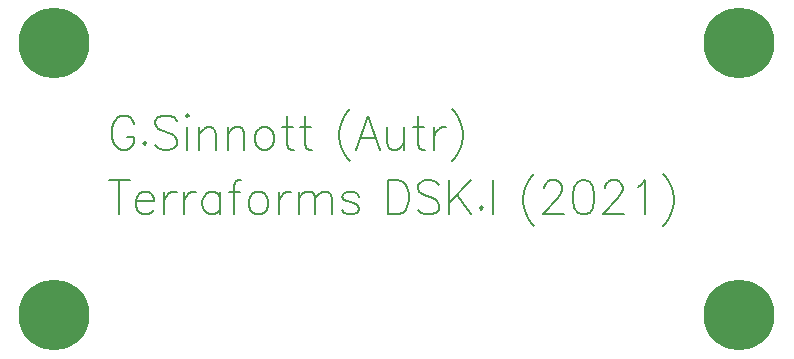
<source format=gbr>
%TF.GenerationSoftware,KiCad,Pcbnew,(5.1.9-0-10_14)*%
%TF.CreationDate,2021-02-01T04:26:24+03:00*%
%TF.ProjectId,Terraforms,54657272-6166-46f7-926d-732e6b696361,rev?*%
%TF.SameCoordinates,Original*%
%TF.FileFunction,Soldermask,Top*%
%TF.FilePolarity,Negative*%
%FSLAX46Y46*%
G04 Gerber Fmt 4.6, Leading zero omitted, Abs format (unit mm)*
G04 Created by KiCad (PCBNEW (5.1.9-0-10_14)) date 2021-02-01 04:26:24*
%MOMM*%
%LPD*%
G01*
G04 APERTURE LIST*
%ADD10C,0.200000*%
%ADD11C,6.000000*%
G04 APERTURE END LIST*
D10*
X131264425Y-88125908D02*
X131904471Y-88125908D01*
X131904467Y-88537016D02*
X131904471Y-88125908D01*
X131774837Y-88814765D02*
X131904467Y-88537016D01*
X131519629Y-89090327D02*
X131774837Y-88814765D01*
X131264421Y-89228108D02*
X131519629Y-89090327D01*
X130754005Y-89228156D02*
X131264421Y-89228108D01*
X130498797Y-89090375D02*
X130754005Y-89228156D01*
X130243589Y-88814813D02*
X130498797Y-89090375D01*
X130113959Y-88537064D02*
X130243589Y-88814813D01*
X129988381Y-88125908D02*
X130113959Y-88537064D01*
X129988387Y-87434856D02*
X129988381Y-88125908D01*
X130113965Y-87023700D02*
X129988387Y-87434856D01*
X130243595Y-86748138D02*
X130113965Y-87023700D01*
X130498803Y-86472576D02*
X130243595Y-86748138D01*
X130754011Y-86332608D02*
X130498803Y-86472576D01*
X131264420Y-86332567D02*
X130754011Y-86332608D01*
X131519628Y-86472535D02*
X131264420Y-86332567D01*
X131774836Y-86748097D02*
X131519628Y-86472535D01*
X131904466Y-87023659D02*
X131774836Y-86748097D01*
X132925299Y-88677027D02*
X132795669Y-88537059D01*
X132795669Y-88814808D02*
X132925299Y-88677027D01*
X132670091Y-88677027D02*
X132795669Y-88814808D01*
X132795669Y-88537059D02*
X132670091Y-88677027D01*
X133946131Y-89090408D02*
X133690920Y-88814808D01*
X134326921Y-89228108D02*
X133946131Y-89090408D01*
X134837335Y-89228151D02*
X134326921Y-89228108D01*
X135222173Y-89090370D02*
X134837335Y-89228151D01*
X135477381Y-88814808D02*
X135222173Y-89090370D01*
X135477377Y-88401518D02*
X135477381Y-88814808D01*
X135347748Y-88125956D02*
X135477377Y-88401518D01*
X135222169Y-87985988D02*
X135347748Y-88125956D01*
X134966961Y-87850394D02*
X135222169Y-87985988D01*
X134201337Y-87574832D02*
X134966961Y-87850394D01*
X133946129Y-87434864D02*
X134201337Y-87574832D01*
X133816499Y-87299270D02*
X133946129Y-87434864D01*
X133690920Y-87023708D02*
X133816499Y-87299270D01*
X133690925Y-86748138D02*
X133690920Y-87023708D01*
X133946134Y-86472576D02*
X133690925Y-86748138D01*
X134326921Y-86332608D02*
X133946134Y-86472576D01*
X134837337Y-86332518D02*
X134326921Y-86332608D01*
X135222175Y-86472486D02*
X134837337Y-86332518D01*
X135477383Y-86748048D02*
X135222175Y-86472486D01*
X136368579Y-87299172D02*
X136368581Y-89228108D01*
X136368579Y-86196924D02*
X136243001Y-86332518D01*
X136498209Y-86332518D02*
X136368579Y-86196924D01*
X136368579Y-86472486D02*
X136498209Y-86332518D01*
X136243001Y-86332518D02*
X136368579Y-86472486D01*
X138795119Y-87850332D02*
X138795081Y-89228108D01*
X138669540Y-87434802D02*
X138795119Y-87850332D01*
X138410281Y-87299208D02*
X138669540Y-87434802D01*
X138029427Y-87299174D02*
X138410281Y-87299208D01*
X137774219Y-87434768D02*
X138029427Y-87299174D01*
X137389381Y-87850298D02*
X137774219Y-87434768D01*
X137389381Y-87299208D02*
X137389381Y-89228108D01*
X141217519Y-87850332D02*
X141217481Y-89228108D01*
X141091940Y-87434802D02*
X141217519Y-87850332D01*
X140832681Y-87299208D02*
X141091940Y-87434802D01*
X140451927Y-87299174D02*
X140832681Y-87299208D01*
X140196719Y-87434768D02*
X140451927Y-87299174D01*
X139811881Y-87850298D02*
X140196719Y-87434768D01*
X139811891Y-87299208D02*
X139811881Y-89228108D01*
X143129586Y-87299222D02*
X142744781Y-87299208D01*
X143384794Y-87434816D02*
X143129586Y-87299222D01*
X143640002Y-87714752D02*
X143384794Y-87434816D01*
X143765581Y-88125908D02*
X143640002Y-87714752D01*
X143765576Y-88401422D02*
X143765581Y-88125908D01*
X143639997Y-88814765D02*
X143765576Y-88401422D01*
X143384789Y-89090327D02*
X143639997Y-88814765D01*
X143129581Y-89228108D02*
X143384789Y-89090327D01*
X142744775Y-89228194D02*
X143129581Y-89228108D01*
X142493618Y-89090413D02*
X142744775Y-89228194D01*
X142234359Y-88814851D02*
X142493618Y-89090413D01*
X142108781Y-88401508D02*
X142234359Y-88814851D01*
X142108716Y-88125894D02*
X142108781Y-88401508D01*
X142234295Y-87714738D02*
X142108716Y-88125894D01*
X142493554Y-87434802D02*
X142234295Y-87714738D01*
X142744711Y-87299208D02*
X142493554Y-87434802D01*
X144405651Y-87299178D02*
X145296781Y-87299208D01*
X145167167Y-89228132D02*
X145426481Y-89228108D01*
X144916010Y-89090351D02*
X145167167Y-89228132D01*
X144786381Y-88677008D02*
X144916010Y-89090351D01*
X144786421Y-86332554D02*
X144786381Y-88677008D01*
X145936851Y-87299178D02*
X146828081Y-87299208D01*
X146698467Y-89228132D02*
X146957681Y-89228108D01*
X146447310Y-89090351D02*
X146698467Y-89228132D01*
X146317681Y-88677008D02*
X146447310Y-89090351D01*
X146317681Y-86332608D02*
X146317681Y-88677008D01*
X149890527Y-89919280D02*
X150145735Y-90190468D01*
X149635319Y-89503750D02*
X149890527Y-89919280D01*
X149380111Y-88952626D02*
X149635319Y-89503750D01*
X149250481Y-88265908D02*
X149380111Y-88952626D01*
X149250527Y-87714786D02*
X149250481Y-88265908D01*
X149380157Y-87023694D02*
X149250527Y-87714786D01*
X149635365Y-86472570D02*
X149380157Y-87023694D01*
X149890573Y-86061414D02*
X149635365Y-86472570D01*
X150145781Y-85781478D02*
X149890573Y-86061414D01*
X151036961Y-88265828D02*
X152317081Y-88265908D01*
X151677011Y-86332518D02*
X152697841Y-89228108D01*
X151676981Y-86332608D02*
X150656181Y-89228108D01*
X154739474Y-87299174D02*
X154739481Y-89228108D01*
X154354639Y-89090327D02*
X154739474Y-88676984D01*
X154103481Y-89228108D02*
X154354639Y-89090327D01*
X153718719Y-89228132D02*
X154103481Y-89228108D01*
X153463511Y-89090351D02*
X153718719Y-89228132D01*
X153333881Y-88677008D02*
X153463511Y-89090351D01*
X153333891Y-87299208D02*
X153333881Y-88677008D01*
X155505151Y-87299178D02*
X156396381Y-87299208D01*
X156266669Y-89228132D02*
X156525981Y-89228108D01*
X156015511Y-89090351D02*
X156266669Y-89228132D01*
X155885881Y-88677008D02*
X156015511Y-89090351D01*
X155885971Y-86332554D02*
X155885881Y-88677008D01*
X157927426Y-87299172D02*
X158308280Y-87299208D01*
X157672219Y-87434766D02*
X157927426Y-87299172D01*
X157417008Y-87714702D02*
X157672219Y-87434766D01*
X157287381Y-88125858D02*
X157417008Y-87714702D01*
X157287407Y-87299258D02*
X157287381Y-89228108D01*
X159078135Y-89919280D02*
X158822927Y-90190468D01*
X159333346Y-89503750D02*
X159078135Y-89919280D01*
X159588554Y-88952626D02*
X159333346Y-89503750D01*
X159718181Y-88265908D02*
X159588554Y-88952626D01*
X159718185Y-87714786D02*
X159718181Y-88265908D01*
X159588558Y-87023694D02*
X159718185Y-87714786D01*
X159333350Y-86472570D02*
X159588558Y-87023694D01*
X159078139Y-86061414D02*
X159333350Y-86472570D01*
X158822931Y-85781478D02*
X159078139Y-86061414D01*
X129733181Y-91800109D02*
X131519631Y-91800109D01*
X130624381Y-91800109D02*
X130624381Y-94695708D01*
X133306089Y-94557927D02*
X133561297Y-94282365D01*
X133050881Y-94695708D02*
X133306089Y-94557927D01*
X132666045Y-94695694D02*
X133050881Y-94695708D01*
X132414888Y-94557913D02*
X132666045Y-94695694D01*
X132155629Y-94282351D02*
X132414888Y-94557913D01*
X132030051Y-93869008D02*
X132155629Y-94282351D01*
X132030047Y-93593394D02*
X132030051Y-93869008D01*
X132155625Y-93182238D02*
X132030047Y-93593394D01*
X132414884Y-92902302D02*
X132155625Y-93182238D01*
X132666041Y-92766709D02*
X132414884Y-92902302D01*
X133050885Y-92766684D02*
X132666041Y-92766709D01*
X133306093Y-92902278D02*
X133050885Y-92766684D01*
X133435722Y-93042246D02*
X133306093Y-92902278D01*
X133561301Y-93317808D02*
X133435722Y-93042246D01*
X133561301Y-93593408D02*
X133561301Y-93317808D01*
X132030091Y-93593394D02*
X133561301Y-93593408D01*
X135092557Y-92766772D02*
X135473381Y-92766709D01*
X134837349Y-92902366D02*
X135092557Y-92766772D01*
X134582141Y-93182302D02*
X134837349Y-92902366D01*
X134452511Y-93593458D02*
X134582141Y-93182302D01*
X134452471Y-92766709D02*
X134452511Y-94695708D01*
X136753427Y-92766772D02*
X137134181Y-92766709D01*
X136498219Y-92902366D02*
X136753427Y-92766772D01*
X136243011Y-93182302D02*
X136498219Y-92902366D01*
X136113381Y-93593458D02*
X136243011Y-93182302D01*
X136113381Y-92766709D02*
X136113381Y-94695708D01*
X138924689Y-94557927D02*
X139179897Y-94282365D01*
X138669481Y-94695708D02*
X138924689Y-94557927D01*
X138284675Y-94695694D02*
X138669481Y-94695708D01*
X138033518Y-94557913D02*
X138284675Y-94695694D01*
X137774259Y-94282351D02*
X138033518Y-94557913D01*
X137648681Y-93869008D02*
X137774259Y-94282351D01*
X137648687Y-93593394D02*
X137648681Y-93869008D01*
X137774265Y-93182238D02*
X137648687Y-93593394D01*
X138033524Y-92902302D02*
X137774265Y-93182238D01*
X138284681Y-92766709D02*
X138033524Y-92902302D01*
X138669565Y-92766779D02*
X138284681Y-92766709D01*
X138924773Y-92902372D02*
X138669565Y-92766779D01*
X139179981Y-93182308D02*
X138924773Y-92902372D01*
X139179961Y-92766709D02*
X139179981Y-94695708D01*
X139945594Y-92766779D02*
X140836781Y-92766709D01*
X140326295Y-92351232D02*
X140326381Y-94695708D01*
X140455924Y-91940076D02*
X140326295Y-92351232D01*
X140707081Y-91800109D02*
X140455924Y-91940076D01*
X140966391Y-91800054D02*
X140707081Y-91800109D01*
X142623186Y-92766723D02*
X142238381Y-92766709D01*
X142878394Y-92902316D02*
X142623186Y-92766723D01*
X143133602Y-93182252D02*
X142878394Y-92902316D01*
X143259181Y-93593408D02*
X143133602Y-93182252D01*
X143259176Y-93869022D02*
X143259181Y-93593408D01*
X143133597Y-94282365D02*
X143259176Y-93869022D01*
X142878389Y-94557927D02*
X143133597Y-94282365D01*
X142623181Y-94695708D02*
X142878389Y-94557927D01*
X142238375Y-94695694D02*
X142623181Y-94695708D01*
X141987217Y-94557913D02*
X142238375Y-94695694D01*
X141727958Y-94282351D02*
X141987217Y-94557913D01*
X141602381Y-93869008D02*
X141727958Y-94282351D01*
X141602326Y-93593394D02*
X141602381Y-93869008D01*
X141727905Y-93182238D02*
X141602326Y-93593394D01*
X141987164Y-92902302D02*
X141727905Y-93182238D01*
X142238321Y-92766709D02*
X141987164Y-92902302D01*
X144790427Y-92766772D02*
X145171181Y-92766709D01*
X144535219Y-92902366D02*
X144790427Y-92766772D01*
X144280011Y-93182302D02*
X144535219Y-92902366D01*
X144150381Y-93593458D02*
X144280011Y-93182302D01*
X144150381Y-92766709D02*
X144150381Y-94695708D01*
X148622618Y-93317832D02*
X148622581Y-94695708D01*
X148492989Y-92902302D02*
X148622618Y-93317832D01*
X148237781Y-92766709D02*
X148492989Y-92902302D01*
X147852976Y-92766774D02*
X148237781Y-92766709D01*
X147601819Y-92902368D02*
X147852976Y-92766774D01*
X147216981Y-93317898D02*
X147601819Y-92902368D01*
X147216919Y-93317832D02*
X147216981Y-94695708D01*
X147091340Y-92902302D02*
X147216919Y-93317832D01*
X146832081Y-92766709D02*
X147091340Y-92902302D01*
X146451327Y-92766774D02*
X146832081Y-92766709D01*
X146196119Y-92902368D02*
X146451327Y-92766774D01*
X145811281Y-93317898D02*
X146196119Y-92902368D01*
X145811281Y-92766709D02*
X145811281Y-94695708D01*
X149639381Y-94557908D02*
X149513781Y-94282308D01*
X150024281Y-94695708D02*
X149639381Y-94557908D01*
X150409065Y-94695651D02*
X150024281Y-94695708D01*
X150789852Y-94557870D02*
X150409065Y-94695651D01*
X150919481Y-94282308D02*
X150789852Y-94557870D01*
X150919534Y-94144518D02*
X150919481Y-94282308D01*
X150789905Y-93868956D02*
X150919534Y-94144518D01*
X150534697Y-93733362D02*
X150789905Y-93868956D01*
X149898702Y-93593394D02*
X150534697Y-93733362D01*
X149639443Y-93453426D02*
X149898702Y-93593394D01*
X149513865Y-93182238D02*
X149639443Y-93453426D01*
X149639443Y-92902302D02*
X149513865Y-93182238D01*
X150024281Y-92766709D02*
X149639443Y-92902302D01*
X150409081Y-92766709D02*
X150024281Y-92766709D01*
X150789881Y-92902308D02*
X150409081Y-92766709D01*
X150919481Y-93182208D02*
X150789881Y-92902308D01*
X154237228Y-94695656D02*
X153341981Y-94695708D01*
X154622066Y-94557875D02*
X154237228Y-94695656D01*
X154873224Y-94282313D02*
X154622066Y-94557875D01*
X155002854Y-94004564D02*
X154873224Y-94282313D01*
X155132481Y-93593408D02*
X155002854Y-94004564D01*
X155132434Y-92902356D02*
X155132481Y-93593408D01*
X155002807Y-92491200D02*
X155132434Y-92902356D01*
X154873177Y-92215638D02*
X155002807Y-92491200D01*
X154622019Y-91940076D02*
X154873177Y-92215638D01*
X154237181Y-91800109D02*
X154622019Y-91940076D01*
X153341981Y-91800118D02*
X154237181Y-91800109D01*
X153341955Y-91800126D02*
X153341981Y-94695708D01*
X156153293Y-94557927D02*
X155898085Y-94282365D01*
X156534081Y-94695708D02*
X156153293Y-94557927D01*
X157044535Y-94695651D02*
X156534081Y-94695708D01*
X157429373Y-94557870D02*
X157044535Y-94695651D01*
X157684580Y-94282308D02*
X157429373Y-94557870D01*
X157684538Y-93869018D02*
X157684580Y-94282308D01*
X157554908Y-93593456D02*
X157684538Y-93869018D01*
X157429329Y-93453488D02*
X157554908Y-93593456D01*
X157174122Y-93317894D02*
X157429329Y-93453488D01*
X156408499Y-93042333D02*
X157174122Y-93317894D01*
X156153288Y-92902364D02*
X156408499Y-93042333D01*
X156023661Y-92766771D02*
X156153288Y-92902364D01*
X155898081Y-92491208D02*
X156023661Y-92766771D01*
X155898085Y-92215638D02*
X155898081Y-92491208D01*
X156153293Y-91940076D02*
X155898085Y-92215638D01*
X156534081Y-91800109D02*
X156153293Y-91940076D01*
X157044471Y-91800116D02*
X156534081Y-91800109D01*
X157429309Y-91940084D02*
X157044471Y-91800116D01*
X157684517Y-92215646D02*
X157429309Y-91940084D01*
X159215627Y-93042336D02*
X160366087Y-94695706D01*
X160366091Y-91800118D02*
X158575581Y-93733428D01*
X158575581Y-91800116D02*
X158575581Y-94695708D01*
X161386968Y-94144584D02*
X161257341Y-94004616D01*
X161257341Y-94282365D02*
X161386968Y-94144584D01*
X161131761Y-94144584D02*
X161257341Y-94282365D01*
X161257341Y-94004616D02*
X161131761Y-94144584D01*
X162278281Y-91800109D02*
X162278281Y-94695708D01*
X165470327Y-95386780D02*
X165725535Y-95657968D01*
X165215119Y-94971250D02*
X165470327Y-95386780D01*
X164959908Y-94420126D02*
X165215119Y-94971250D01*
X164830281Y-93733408D02*
X164959908Y-94420126D01*
X164830227Y-93182306D02*
X164830281Y-93733408D01*
X166746408Y-92080020D02*
X166876038Y-91940053D01*
X166616781Y-92351208D02*
X166746408Y-92080020D01*
X166616791Y-92491200D02*
X166616781Y-92351208D01*
X170064058Y-91800093D02*
X169808781Y-91800109D01*
X170448896Y-91940061D02*
X170064058Y-91800093D01*
X170700051Y-92351217D02*
X170448896Y-91940061D01*
X170829681Y-93042308D02*
X170700051Y-92351217D01*
X170829604Y-93453492D02*
X170829681Y-93042308D01*
X170699974Y-94144584D02*
X170829604Y-93453492D01*
X170448819Y-94557927D02*
X170699974Y-94144584D01*
X170063981Y-94695708D02*
X170448819Y-94557927D01*
X169808807Y-94695624D02*
X170063981Y-94695708D01*
X169428019Y-94557843D02*
X169808807Y-94695624D01*
X169168761Y-94144500D02*
X169428019Y-94557843D01*
X169043181Y-93453408D02*
X169168761Y-94144500D01*
X169043215Y-93042333D02*
X169043181Y-93453408D01*
X169168795Y-92351242D02*
X169043215Y-93042333D01*
X169428053Y-91940086D02*
X169168795Y-92351242D01*
X169808841Y-91800118D02*
X169428053Y-91940086D01*
X171595355Y-94695636D02*
X173381881Y-94695708D01*
X172871395Y-93317826D02*
X171595355Y-94695636D01*
X173126603Y-92902296D02*
X172871395Y-93317826D01*
X173252181Y-92631108D02*
X173126603Y-92902296D01*
X173252197Y-92351232D02*
X173252181Y-92631108D01*
X173126619Y-92080045D02*
X173252197Y-92351232D01*
X173001041Y-91940076D02*
X173126619Y-92080045D01*
X172741781Y-91800109D02*
X173001041Y-91940076D01*
X172231396Y-91800084D02*
X172741781Y-91800109D01*
X171980238Y-91940053D02*
X172231396Y-91800084D01*
X171850608Y-92080020D02*
X171980238Y-91940053D01*
X171720981Y-92351208D02*
X171850608Y-92080020D01*
X171721021Y-92491208D02*
X171720981Y-92351208D01*
X175168423Y-91800104D02*
X175168481Y-94695708D01*
X174783585Y-92215635D02*
X175168423Y-91800104D01*
X174532427Y-92351228D02*
X174783585Y-92215635D01*
X176954735Y-95386780D02*
X176699527Y-95657968D01*
X177209946Y-94971250D02*
X176954735Y-95386780D01*
X177465154Y-94420126D02*
X177209946Y-94971250D01*
X177594781Y-93733408D02*
X177465154Y-94420126D01*
X177594835Y-93182216D02*
X177594781Y-93733408D01*
X177465208Y-92491124D02*
X177594835Y-93182216D01*
X176699581Y-91248908D02*
X176954789Y-91528844D01*
X176954789Y-91528844D02*
X177210000Y-91940000D01*
X164959854Y-92491214D02*
X164830227Y-93182306D01*
X165215065Y-91940090D02*
X164959854Y-92491214D01*
X165470273Y-91528934D02*
X165215065Y-91940090D01*
X165725481Y-91248998D02*
X165470273Y-91528934D01*
X166491255Y-94695636D02*
X168277681Y-94695708D01*
X167767295Y-93317826D02*
X166491255Y-94695636D01*
X168022503Y-92902296D02*
X167767295Y-93317826D01*
X168148081Y-92631108D02*
X168022503Y-92902296D01*
X168148097Y-92351232D02*
X168148081Y-92631108D01*
X168022519Y-92080045D02*
X168148097Y-92351232D01*
X167896941Y-91940076D02*
X168022519Y-92080045D01*
X167637681Y-91800109D02*
X167896941Y-91940076D01*
X167127196Y-91800084D02*
X167637681Y-91800109D01*
X166876038Y-91940053D02*
X167127196Y-91800084D01*
X177210000Y-91940000D02*
X177465208Y-92491124D01*
D11*
%TO.C,REF\u002A\u002A*%
X125130000Y-80210000D03*
X183130000Y-103210000D03*
X125130000Y-103210000D03*
X183130000Y-80210000D03*
%TD*%
M02*

</source>
